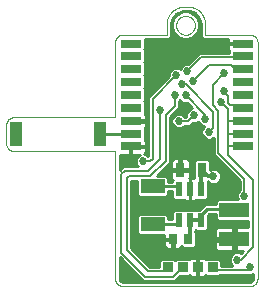
<source format=gbl>
G75*
%MOIN*%
%OFA0B0*%
%FSLAX25Y25*%
%IPPOS*%
%LPD*%
%AMOC8*
5,1,8,0,0,1.08239X$1,22.5*
%
%ADD10C,0.00000*%
%ADD11R,0.03937X0.07874*%
%ADD12R,0.07087X0.02756*%
%ADD13R,0.07087X0.03150*%
%ADD14R,0.10000X0.05000*%
%ADD15R,0.03200X0.03500*%
%ADD16R,0.02441X0.04803*%
%ADD17R,0.02756X0.03543*%
%ADD18R,0.07874X0.04724*%
%ADD19R,0.03150X0.04724*%
%ADD20C,0.01000*%
%ADD21C,0.02700*%
%ADD22C,0.00800*%
%ADD23C,0.01200*%
D10*
X0060095Y0064000D02*
X0060095Y0106500D01*
X0026345Y0106500D01*
X0026247Y0106502D01*
X0026149Y0106508D01*
X0026051Y0106517D01*
X0025954Y0106531D01*
X0025857Y0106548D01*
X0025761Y0106569D01*
X0025666Y0106594D01*
X0025572Y0106622D01*
X0025480Y0106655D01*
X0025388Y0106690D01*
X0025298Y0106730D01*
X0025210Y0106772D01*
X0025123Y0106819D01*
X0025039Y0106868D01*
X0024956Y0106921D01*
X0024876Y0106977D01*
X0024797Y0107037D01*
X0024721Y0107099D01*
X0024648Y0107164D01*
X0024577Y0107232D01*
X0024509Y0107303D01*
X0024444Y0107376D01*
X0024382Y0107452D01*
X0024322Y0107531D01*
X0024266Y0107611D01*
X0024213Y0107694D01*
X0024164Y0107778D01*
X0024117Y0107865D01*
X0024075Y0107953D01*
X0024035Y0108043D01*
X0024000Y0108135D01*
X0023967Y0108227D01*
X0023939Y0108321D01*
X0023914Y0108416D01*
X0023893Y0108512D01*
X0023876Y0108609D01*
X0023862Y0108706D01*
X0023853Y0108804D01*
X0023847Y0108902D01*
X0023845Y0109000D01*
X0023845Y0115250D01*
X0023847Y0115348D01*
X0023853Y0115446D01*
X0023862Y0115544D01*
X0023876Y0115641D01*
X0023893Y0115738D01*
X0023914Y0115834D01*
X0023939Y0115929D01*
X0023967Y0116023D01*
X0024000Y0116115D01*
X0024035Y0116207D01*
X0024075Y0116297D01*
X0024117Y0116385D01*
X0024164Y0116472D01*
X0024213Y0116556D01*
X0024266Y0116639D01*
X0024322Y0116719D01*
X0024382Y0116798D01*
X0024444Y0116874D01*
X0024509Y0116947D01*
X0024577Y0117018D01*
X0024648Y0117086D01*
X0024721Y0117151D01*
X0024797Y0117213D01*
X0024876Y0117273D01*
X0024956Y0117329D01*
X0025039Y0117382D01*
X0025123Y0117431D01*
X0025210Y0117478D01*
X0025298Y0117520D01*
X0025388Y0117560D01*
X0025480Y0117595D01*
X0025572Y0117628D01*
X0025666Y0117656D01*
X0025761Y0117681D01*
X0025857Y0117702D01*
X0025954Y0117719D01*
X0026051Y0117733D01*
X0026149Y0117742D01*
X0026247Y0117748D01*
X0026345Y0117750D01*
X0060095Y0117750D01*
X0060095Y0142750D01*
X0060097Y0142848D01*
X0060103Y0142946D01*
X0060112Y0143044D01*
X0060126Y0143141D01*
X0060143Y0143238D01*
X0060164Y0143334D01*
X0060189Y0143429D01*
X0060217Y0143523D01*
X0060250Y0143615D01*
X0060285Y0143707D01*
X0060325Y0143797D01*
X0060367Y0143885D01*
X0060414Y0143972D01*
X0060463Y0144056D01*
X0060516Y0144139D01*
X0060572Y0144219D01*
X0060632Y0144298D01*
X0060694Y0144374D01*
X0060759Y0144447D01*
X0060827Y0144518D01*
X0060898Y0144586D01*
X0060971Y0144651D01*
X0061047Y0144713D01*
X0061126Y0144773D01*
X0061206Y0144829D01*
X0061289Y0144882D01*
X0061373Y0144931D01*
X0061460Y0144978D01*
X0061548Y0145020D01*
X0061638Y0145060D01*
X0061730Y0145095D01*
X0061822Y0145128D01*
X0061916Y0145156D01*
X0062011Y0145181D01*
X0062107Y0145202D01*
X0062204Y0145219D01*
X0062301Y0145233D01*
X0062399Y0145242D01*
X0062497Y0145248D01*
X0062595Y0145250D01*
X0077283Y0145250D01*
X0077283Y0148183D01*
X0077282Y0148182D02*
X0077272Y0148334D01*
X0077266Y0148485D01*
X0077264Y0148637D01*
X0077266Y0148789D01*
X0077271Y0148941D01*
X0077280Y0149092D01*
X0077293Y0149243D01*
X0077310Y0149394D01*
X0077331Y0149545D01*
X0077356Y0149695D01*
X0077384Y0149844D01*
X0077416Y0149992D01*
X0077452Y0150140D01*
X0077491Y0150286D01*
X0077535Y0150432D01*
X0077582Y0150576D01*
X0077632Y0150719D01*
X0077686Y0150861D01*
X0077744Y0151001D01*
X0077805Y0151140D01*
X0077870Y0151277D01*
X0077939Y0151413D01*
X0078010Y0151547D01*
X0078085Y0151679D01*
X0078164Y0151809D01*
X0078245Y0151937D01*
X0078330Y0152063D01*
X0078418Y0152186D01*
X0078509Y0152308D01*
X0078603Y0152427D01*
X0078701Y0152544D01*
X0078801Y0152658D01*
X0078904Y0152769D01*
X0079009Y0152878D01*
X0079118Y0152984D01*
X0079229Y0153088D01*
X0079343Y0153188D01*
X0079459Y0153286D01*
X0079577Y0153381D01*
X0079698Y0153473D01*
X0079822Y0153561D01*
X0079947Y0153647D01*
X0080075Y0153729D01*
X0080204Y0153808D01*
X0080336Y0153883D01*
X0080469Y0153956D01*
X0080605Y0154025D01*
X0080742Y0154090D01*
X0080880Y0154152D01*
X0081020Y0154210D01*
X0081162Y0154265D01*
X0081305Y0154316D01*
X0081449Y0154364D01*
X0081594Y0154408D01*
X0081741Y0154448D01*
X0081888Y0154485D01*
X0082036Y0154518D01*
X0082185Y0154547D01*
X0082335Y0154572D01*
X0082485Y0154593D01*
X0082636Y0154611D01*
X0082787Y0154625D01*
X0084151Y0154625D01*
X0084302Y0154627D01*
X0084454Y0154625D01*
X0084605Y0154619D01*
X0084757Y0154610D01*
X0084908Y0154596D01*
X0085058Y0154578D01*
X0085208Y0154556D01*
X0085358Y0154531D01*
X0085506Y0154501D01*
X0085654Y0154468D01*
X0085801Y0154431D01*
X0085947Y0154390D01*
X0086092Y0154345D01*
X0086235Y0154296D01*
X0086378Y0154244D01*
X0086518Y0154188D01*
X0086658Y0154128D01*
X0086795Y0154065D01*
X0086931Y0153998D01*
X0087066Y0153928D01*
X0087198Y0153854D01*
X0087328Y0153776D01*
X0087457Y0153695D01*
X0087583Y0153611D01*
X0087706Y0153524D01*
X0087828Y0153433D01*
X0087947Y0153340D01*
X0088064Y0153243D01*
X0088178Y0153143D01*
X0088289Y0153040D01*
X0088398Y0152934D01*
X0088504Y0152826D01*
X0088607Y0152715D01*
X0088707Y0152601D01*
X0088804Y0152484D01*
X0088898Y0152365D01*
X0088988Y0152244D01*
X0089076Y0152120D01*
X0089160Y0151994D01*
X0089241Y0151866D01*
X0089319Y0151736D01*
X0089393Y0151604D01*
X0089464Y0151470D01*
X0089531Y0151334D01*
X0089595Y0151196D01*
X0089654Y0151057D01*
X0089711Y0150916D01*
X0089763Y0150774D01*
X0089812Y0150631D01*
X0089857Y0150486D01*
X0089898Y0150340D01*
X0089936Y0150193D01*
X0089970Y0150045D01*
X0089999Y0149897D01*
X0090025Y0149747D01*
X0090047Y0149597D01*
X0090065Y0149447D01*
X0090079Y0149296D01*
X0090089Y0149145D01*
X0090095Y0148993D01*
X0090095Y0145250D01*
X0105095Y0145250D01*
X0105193Y0145248D01*
X0105291Y0145242D01*
X0105389Y0145233D01*
X0105486Y0145219D01*
X0105583Y0145202D01*
X0105679Y0145181D01*
X0105774Y0145156D01*
X0105868Y0145128D01*
X0105960Y0145095D01*
X0106052Y0145060D01*
X0106142Y0145020D01*
X0106230Y0144978D01*
X0106317Y0144931D01*
X0106401Y0144882D01*
X0106484Y0144829D01*
X0106564Y0144773D01*
X0106643Y0144713D01*
X0106719Y0144651D01*
X0106792Y0144586D01*
X0106863Y0144518D01*
X0106931Y0144447D01*
X0106996Y0144374D01*
X0107058Y0144298D01*
X0107118Y0144219D01*
X0107174Y0144139D01*
X0107227Y0144056D01*
X0107276Y0143972D01*
X0107323Y0143885D01*
X0107365Y0143797D01*
X0107405Y0143707D01*
X0107440Y0143615D01*
X0107473Y0143523D01*
X0107501Y0143429D01*
X0107526Y0143334D01*
X0107547Y0143238D01*
X0107564Y0143141D01*
X0107578Y0143044D01*
X0107587Y0142946D01*
X0107593Y0142848D01*
X0107595Y0142750D01*
X0107595Y0063989D01*
X0107596Y0063990D02*
X0107593Y0063891D01*
X0107587Y0063793D01*
X0107576Y0063695D01*
X0107562Y0063598D01*
X0107544Y0063502D01*
X0107522Y0063406D01*
X0107497Y0063311D01*
X0107467Y0063217D01*
X0107435Y0063124D01*
X0107398Y0063033D01*
X0107358Y0062943D01*
X0107315Y0062855D01*
X0107268Y0062769D01*
X0107217Y0062684D01*
X0107164Y0062602D01*
X0107107Y0062522D01*
X0107047Y0062444D01*
X0106984Y0062368D01*
X0106919Y0062295D01*
X0106850Y0062225D01*
X0106779Y0062157D01*
X0106705Y0062092D01*
X0106629Y0062030D01*
X0106550Y0061971D01*
X0106469Y0061915D01*
X0106386Y0061863D01*
X0106301Y0061814D01*
X0106214Y0061768D01*
X0106125Y0061725D01*
X0106035Y0061686D01*
X0105944Y0061651D01*
X0105851Y0061619D01*
X0105756Y0061591D01*
X0105661Y0061567D01*
X0105565Y0061546D01*
X0105468Y0061529D01*
X0105371Y0061516D01*
X0105273Y0061507D01*
X0105175Y0061502D01*
X0105077Y0061500D01*
X0105076Y0061500D02*
X0062595Y0061500D01*
X0062497Y0061502D01*
X0062399Y0061508D01*
X0062301Y0061517D01*
X0062204Y0061531D01*
X0062107Y0061548D01*
X0062011Y0061569D01*
X0061916Y0061594D01*
X0061822Y0061622D01*
X0061730Y0061655D01*
X0061638Y0061690D01*
X0061548Y0061730D01*
X0061460Y0061772D01*
X0061373Y0061819D01*
X0061289Y0061868D01*
X0061206Y0061921D01*
X0061126Y0061977D01*
X0061047Y0062037D01*
X0060971Y0062099D01*
X0060898Y0062164D01*
X0060827Y0062232D01*
X0060759Y0062303D01*
X0060694Y0062376D01*
X0060632Y0062452D01*
X0060572Y0062531D01*
X0060516Y0062611D01*
X0060463Y0062694D01*
X0060414Y0062778D01*
X0060367Y0062865D01*
X0060325Y0062953D01*
X0060285Y0063043D01*
X0060250Y0063135D01*
X0060217Y0063227D01*
X0060189Y0063321D01*
X0060164Y0063416D01*
X0060143Y0063512D01*
X0060126Y0063609D01*
X0060112Y0063706D01*
X0060103Y0063804D01*
X0060097Y0063902D01*
X0060095Y0064000D01*
X0080470Y0148388D02*
X0080472Y0148500D01*
X0080478Y0148611D01*
X0080488Y0148722D01*
X0080502Y0148833D01*
X0080520Y0148943D01*
X0080541Y0149052D01*
X0080567Y0149161D01*
X0080597Y0149268D01*
X0080630Y0149375D01*
X0080667Y0149480D01*
X0080708Y0149584D01*
X0080752Y0149686D01*
X0080801Y0149787D01*
X0080852Y0149886D01*
X0080907Y0149983D01*
X0080966Y0150078D01*
X0081028Y0150170D01*
X0081093Y0150261D01*
X0081162Y0150349D01*
X0081233Y0150434D01*
X0081308Y0150517D01*
X0081385Y0150598D01*
X0081466Y0150675D01*
X0081549Y0150750D01*
X0081634Y0150821D01*
X0081722Y0150890D01*
X0081813Y0150955D01*
X0081905Y0151017D01*
X0082000Y0151076D01*
X0082097Y0151131D01*
X0082196Y0151182D01*
X0082297Y0151231D01*
X0082399Y0151275D01*
X0082503Y0151316D01*
X0082608Y0151353D01*
X0082715Y0151386D01*
X0082822Y0151416D01*
X0082931Y0151442D01*
X0083040Y0151463D01*
X0083150Y0151481D01*
X0083261Y0151495D01*
X0083372Y0151505D01*
X0083483Y0151511D01*
X0083595Y0151513D01*
X0083707Y0151511D01*
X0083818Y0151505D01*
X0083929Y0151495D01*
X0084040Y0151481D01*
X0084150Y0151463D01*
X0084259Y0151442D01*
X0084368Y0151416D01*
X0084475Y0151386D01*
X0084582Y0151353D01*
X0084687Y0151316D01*
X0084791Y0151275D01*
X0084893Y0151231D01*
X0084994Y0151182D01*
X0085093Y0151131D01*
X0085190Y0151076D01*
X0085285Y0151017D01*
X0085377Y0150955D01*
X0085468Y0150890D01*
X0085556Y0150821D01*
X0085641Y0150750D01*
X0085724Y0150675D01*
X0085805Y0150598D01*
X0085882Y0150517D01*
X0085957Y0150434D01*
X0086028Y0150349D01*
X0086097Y0150261D01*
X0086162Y0150170D01*
X0086224Y0150078D01*
X0086283Y0149983D01*
X0086338Y0149886D01*
X0086389Y0149787D01*
X0086438Y0149686D01*
X0086482Y0149584D01*
X0086523Y0149480D01*
X0086560Y0149375D01*
X0086593Y0149268D01*
X0086623Y0149161D01*
X0086649Y0149052D01*
X0086670Y0148943D01*
X0086688Y0148833D01*
X0086702Y0148722D01*
X0086712Y0148611D01*
X0086718Y0148500D01*
X0086720Y0148388D01*
X0086718Y0148276D01*
X0086712Y0148165D01*
X0086702Y0148054D01*
X0086688Y0147943D01*
X0086670Y0147833D01*
X0086649Y0147724D01*
X0086623Y0147615D01*
X0086593Y0147508D01*
X0086560Y0147401D01*
X0086523Y0147296D01*
X0086482Y0147192D01*
X0086438Y0147090D01*
X0086389Y0146989D01*
X0086338Y0146890D01*
X0086283Y0146793D01*
X0086224Y0146698D01*
X0086162Y0146606D01*
X0086097Y0146515D01*
X0086028Y0146427D01*
X0085957Y0146342D01*
X0085882Y0146259D01*
X0085805Y0146178D01*
X0085724Y0146101D01*
X0085641Y0146026D01*
X0085556Y0145955D01*
X0085468Y0145886D01*
X0085377Y0145821D01*
X0085285Y0145759D01*
X0085190Y0145700D01*
X0085093Y0145645D01*
X0084994Y0145594D01*
X0084893Y0145545D01*
X0084791Y0145501D01*
X0084687Y0145460D01*
X0084582Y0145423D01*
X0084475Y0145390D01*
X0084368Y0145360D01*
X0084259Y0145334D01*
X0084150Y0145313D01*
X0084040Y0145295D01*
X0083929Y0145281D01*
X0083818Y0145271D01*
X0083707Y0145265D01*
X0083595Y0145263D01*
X0083483Y0145265D01*
X0083372Y0145271D01*
X0083261Y0145281D01*
X0083150Y0145295D01*
X0083040Y0145313D01*
X0082931Y0145334D01*
X0082822Y0145360D01*
X0082715Y0145390D01*
X0082608Y0145423D01*
X0082503Y0145460D01*
X0082399Y0145501D01*
X0082297Y0145545D01*
X0082196Y0145594D01*
X0082097Y0145645D01*
X0082000Y0145700D01*
X0081905Y0145759D01*
X0081813Y0145821D01*
X0081722Y0145886D01*
X0081634Y0145955D01*
X0081549Y0146026D01*
X0081466Y0146101D01*
X0081385Y0146178D01*
X0081308Y0146259D01*
X0081233Y0146342D01*
X0081162Y0146427D01*
X0081093Y0146515D01*
X0081028Y0146606D01*
X0080966Y0146698D01*
X0080907Y0146793D01*
X0080852Y0146890D01*
X0080801Y0146989D01*
X0080752Y0147090D01*
X0080708Y0147192D01*
X0080667Y0147296D01*
X0080630Y0147401D01*
X0080597Y0147508D01*
X0080567Y0147615D01*
X0080541Y0147724D01*
X0080520Y0147833D01*
X0080502Y0147943D01*
X0080488Y0148054D01*
X0080478Y0148165D01*
X0080472Y0148276D01*
X0080470Y0148388D01*
D11*
X0055095Y0112112D03*
X0027142Y0112112D03*
D12*
X0065282Y0108071D03*
X0065282Y0142323D03*
X0102683Y0142323D03*
X0102683Y0108071D03*
D13*
X0102683Y0112205D03*
X0102683Y0116535D03*
X0102683Y0120866D03*
X0102683Y0125197D03*
X0102683Y0129528D03*
X0102683Y0133858D03*
X0102683Y0138189D03*
X0065282Y0138189D03*
X0065282Y0133858D03*
X0065282Y0129528D03*
X0065282Y0125197D03*
X0065282Y0120866D03*
X0065282Y0116535D03*
X0065282Y0112205D03*
D14*
X0099783Y0086812D03*
X0099783Y0077125D03*
D15*
X0092595Y0067750D03*
X0087595Y0067750D03*
X0082595Y0067750D03*
X0077595Y0067750D03*
D16*
X0081345Y0083373D03*
X0085085Y0083373D03*
X0088825Y0083412D03*
X0088825Y0093687D03*
X0085085Y0093687D03*
X0081345Y0093687D03*
D17*
X0079411Y0077125D03*
X0084529Y0077125D03*
D18*
X0072595Y0082076D03*
X0072595Y0094674D03*
D19*
X0081864Y0100250D03*
X0088951Y0100250D03*
D20*
X0086276Y0103068D02*
X0086920Y0103712D01*
X0090981Y0103712D01*
X0091626Y0103068D01*
X0091626Y0100183D01*
X0092420Y0100512D01*
X0093395Y0100512D01*
X0094295Y0100140D01*
X0094985Y0099450D01*
X0095358Y0098550D01*
X0095358Y0097575D01*
X0094985Y0096675D01*
X0094295Y0095985D01*
X0093395Y0095612D01*
X0092420Y0095612D01*
X0091520Y0095985D01*
X0091146Y0096359D01*
X0091146Y0090830D01*
X0090502Y0090186D01*
X0087327Y0090186D01*
X0087227Y0090086D01*
X0086885Y0089888D01*
X0086503Y0089786D01*
X0085196Y0089786D01*
X0085196Y0093577D01*
X0084975Y0093577D01*
X0084975Y0089786D01*
X0083667Y0089786D01*
X0083286Y0089888D01*
X0082944Y0090086D01*
X0082844Y0090186D01*
X0079669Y0090186D01*
X0079025Y0090830D01*
X0079025Y0093074D01*
X0077632Y0093074D01*
X0077632Y0091856D01*
X0076988Y0091212D01*
X0068202Y0091212D01*
X0067558Y0091856D01*
X0067558Y0096600D01*
X0065508Y0096600D01*
X0065508Y0074271D01*
X0071779Y0068000D01*
X0074895Y0068000D01*
X0074895Y0069956D01*
X0075539Y0070600D01*
X0079651Y0070600D01*
X0080095Y0070156D01*
X0080539Y0070600D01*
X0084651Y0070600D01*
X0084812Y0070438D01*
X0085074Y0070700D01*
X0085416Y0070898D01*
X0085798Y0071000D01*
X0087295Y0071000D01*
X0087295Y0068050D01*
X0087895Y0068050D01*
X0087895Y0071000D01*
X0089393Y0071000D01*
X0089774Y0070898D01*
X0090116Y0070700D01*
X0090378Y0070438D01*
X0090539Y0070600D01*
X0094651Y0070600D01*
X0095295Y0069956D01*
X0095295Y0068312D01*
X0099193Y0068312D01*
X0098631Y0068875D01*
X0098258Y0069775D01*
X0098258Y0070750D01*
X0098631Y0071650D01*
X0099320Y0072340D01*
X0100220Y0072712D01*
X0101195Y0072712D01*
X0101967Y0072393D01*
X0102699Y0073125D01*
X0100283Y0073125D01*
X0100283Y0076625D01*
X0099283Y0076625D01*
X0099283Y0073125D01*
X0094585Y0073125D01*
X0094204Y0073227D01*
X0093862Y0073425D01*
X0093582Y0073704D01*
X0093385Y0074046D01*
X0093283Y0074428D01*
X0093283Y0076625D01*
X0099283Y0076625D01*
X0099283Y0077625D01*
X0099283Y0081125D01*
X0094585Y0081125D01*
X0094204Y0081023D01*
X0093862Y0080825D01*
X0093582Y0080546D01*
X0093385Y0080204D01*
X0093283Y0079822D01*
X0093283Y0077625D01*
X0099283Y0077625D01*
X0100283Y0077625D01*
X0100283Y0081125D01*
X0104533Y0081125D01*
X0104533Y0083213D01*
X0094327Y0083213D01*
X0093683Y0083857D01*
X0093683Y0085525D01*
X0091383Y0085525D01*
X0091146Y0085288D01*
X0091146Y0080555D01*
X0090502Y0079910D01*
X0087149Y0079910D01*
X0086975Y0080085D01*
X0086785Y0079895D01*
X0086785Y0079574D01*
X0087007Y0079352D01*
X0087007Y0074898D01*
X0086363Y0074253D01*
X0082696Y0074253D01*
X0082182Y0074767D01*
X0081989Y0074432D01*
X0081710Y0074153D01*
X0081368Y0073956D01*
X0080987Y0073853D01*
X0079600Y0073853D01*
X0079600Y0076936D01*
X0079222Y0076936D01*
X0076533Y0076936D01*
X0076533Y0075156D01*
X0076635Y0074774D01*
X0076833Y0074432D01*
X0077112Y0074153D01*
X0077454Y0073956D01*
X0077836Y0073853D01*
X0079222Y0073853D01*
X0079222Y0076936D01*
X0079222Y0077314D01*
X0076533Y0077314D01*
X0076533Y0078614D01*
X0068202Y0078614D01*
X0067558Y0079258D01*
X0067558Y0084894D01*
X0068202Y0085538D01*
X0076988Y0085538D01*
X0077632Y0084894D01*
X0077632Y0083676D01*
X0079025Y0083676D01*
X0079025Y0086230D01*
X0079669Y0086874D01*
X0083021Y0086874D01*
X0083215Y0086680D01*
X0083409Y0086874D01*
X0086761Y0086874D01*
X0086936Y0086700D01*
X0087149Y0086913D01*
X0088246Y0086913D01*
X0090057Y0088725D01*
X0093683Y0088725D01*
X0093683Y0089768D01*
X0094327Y0090412D01*
X0101019Y0090412D01*
X0100770Y0091013D01*
X0100770Y0091987D01*
X0101143Y0092888D01*
X0101720Y0093465D01*
X0101720Y0096504D01*
X0093849Y0104375D01*
X0093849Y0104375D01*
X0092970Y0105254D01*
X0092970Y0110910D01*
X0092733Y0110673D01*
X0091832Y0110300D01*
X0090858Y0110300D01*
X0089957Y0110673D01*
X0089268Y0111362D01*
X0088895Y0112263D01*
X0088895Y0113237D01*
X0089268Y0114138D01*
X0089818Y0114687D01*
X0089608Y0114687D01*
X0088707Y0115060D01*
X0088018Y0115750D01*
X0087778Y0116330D01*
X0087733Y0116285D01*
X0086832Y0115912D01*
X0086016Y0115912D01*
X0085104Y0115000D01*
X0083310Y0115000D01*
X0082733Y0114423D01*
X0081832Y0114050D01*
X0080858Y0114050D01*
X0079957Y0114423D01*
X0079268Y0115112D01*
X0078895Y0116013D01*
X0078895Y0116987D01*
X0079268Y0117888D01*
X0079957Y0118577D01*
X0080858Y0118950D01*
X0081832Y0118950D01*
X0082733Y0118577D01*
X0083310Y0118000D01*
X0083861Y0118000D01*
X0083895Y0118034D01*
X0083895Y0118850D01*
X0084268Y0119750D01*
X0084957Y0120440D01*
X0085781Y0120781D01*
X0083936Y0122625D01*
X0083120Y0122625D01*
X0082220Y0122998D01*
X0081770Y0123448D01*
X0081433Y0123110D01*
X0081433Y0120716D01*
X0080554Y0119837D01*
X0078470Y0117754D01*
X0078470Y0102646D01*
X0077591Y0101768D01*
X0073960Y0098136D01*
X0076988Y0098136D01*
X0077632Y0097492D01*
X0077632Y0096274D01*
X0079025Y0096274D01*
X0079025Y0096545D01*
X0079268Y0096788D01*
X0079089Y0096967D01*
X0078892Y0097309D01*
X0078790Y0097690D01*
X0078790Y0099963D01*
X0081577Y0099963D01*
X0081577Y0100537D01*
X0078790Y0100537D01*
X0078790Y0102810D01*
X0078892Y0103191D01*
X0079089Y0103533D01*
X0079369Y0103812D01*
X0079711Y0104010D01*
X0080092Y0104112D01*
X0081577Y0104112D01*
X0081577Y0100537D01*
X0082152Y0100537D01*
X0084939Y0100537D01*
X0084939Y0102810D01*
X0084837Y0103191D01*
X0084639Y0103533D01*
X0084360Y0103812D01*
X0084018Y0104010D01*
X0083637Y0104112D01*
X0082152Y0104112D01*
X0082152Y0100537D01*
X0082152Y0099963D01*
X0084939Y0099963D01*
X0084939Y0097690D01*
X0084912Y0097589D01*
X0084975Y0097589D01*
X0084975Y0093798D01*
X0085196Y0093798D01*
X0085196Y0097589D01*
X0086276Y0097589D01*
X0086276Y0103068D01*
X0086646Y0103437D02*
X0084695Y0103437D01*
X0084939Y0102439D02*
X0086276Y0102439D01*
X0086276Y0101440D02*
X0084939Y0101440D01*
X0086276Y0100442D02*
X0082152Y0100442D01*
X0081577Y0100442D02*
X0076266Y0100442D01*
X0077264Y0101440D02*
X0078790Y0101440D01*
X0078790Y0102439D02*
X0078263Y0102439D01*
X0078470Y0103437D02*
X0079034Y0103437D01*
X0078470Y0104436D02*
X0093788Y0104436D01*
X0092970Y0105434D02*
X0078470Y0105434D01*
X0078470Y0106433D02*
X0092970Y0106433D01*
X0092970Y0107432D02*
X0078470Y0107432D01*
X0078470Y0108430D02*
X0092970Y0108430D01*
X0092970Y0109429D02*
X0078470Y0109429D01*
X0078470Y0110427D02*
X0090551Y0110427D01*
X0092139Y0110427D02*
X0092970Y0110427D01*
X0089242Y0111426D02*
X0078470Y0111426D01*
X0078470Y0112424D02*
X0088895Y0112424D01*
X0088972Y0113423D02*
X0078470Y0113423D01*
X0078470Y0114421D02*
X0079962Y0114421D01*
X0079141Y0115420D02*
X0078470Y0115420D01*
X0078470Y0116418D02*
X0078895Y0116418D01*
X0079073Y0117417D02*
X0078470Y0117417D01*
X0079132Y0118415D02*
X0079795Y0118415D01*
X0080130Y0119414D02*
X0084129Y0119414D01*
X0083895Y0118415D02*
X0082895Y0118415D01*
X0081129Y0120412D02*
X0084930Y0120412D01*
X0085151Y0121411D02*
X0081433Y0121411D01*
X0081433Y0122409D02*
X0084152Y0122409D01*
X0081810Y0123408D02*
X0081730Y0123408D01*
X0075960Y0129399D02*
X0069925Y0129399D01*
X0069925Y0130397D02*
X0076959Y0130397D01*
X0077957Y0131396D02*
X0069925Y0131396D01*
X0069925Y0131558D02*
X0069790Y0131693D01*
X0069925Y0131828D01*
X0069925Y0135889D01*
X0069790Y0136024D01*
X0069925Y0136159D01*
X0069925Y0140219D01*
X0069790Y0140354D01*
X0069925Y0140489D01*
X0069925Y0143750D01*
X0077904Y0143750D01*
X0078783Y0144629D01*
X0078783Y0147629D01*
X0078827Y0147681D01*
X0078783Y0148241D01*
X0078783Y0148532D01*
X0078796Y0149180D01*
X0079338Y0150847D01*
X0080476Y0152180D01*
X0082038Y0152975D01*
X0082879Y0153125D01*
X0083553Y0153125D01*
X0083570Y0153109D01*
X0084171Y0153125D01*
X0084199Y0153125D01*
X0085030Y0153066D01*
X0086593Y0152467D01*
X0087809Y0151316D01*
X0088491Y0149787D01*
X0088595Y0148957D01*
X0088595Y0144629D01*
X0089474Y0143750D01*
X0097640Y0143750D01*
X0097640Y0142512D01*
X0102494Y0142512D01*
X0102494Y0142134D01*
X0097640Y0142134D01*
X0097640Y0140747D01*
X0097742Y0140366D01*
X0097940Y0140024D01*
X0098040Y0139924D01*
X0098040Y0139250D01*
X0088224Y0139250D01*
X0087345Y0138371D01*
X0084461Y0135487D01*
X0083708Y0135487D01*
X0082807Y0135115D01*
X0082118Y0134425D01*
X0081919Y0133945D01*
X0081032Y0134312D01*
X0080058Y0134312D01*
X0079157Y0133940D01*
X0078468Y0133250D01*
X0078095Y0132350D01*
X0078095Y0131534D01*
X0071095Y0124534D01*
X0071095Y0104902D01*
X0070908Y0105090D01*
X0070007Y0105462D01*
X0069694Y0105462D01*
X0069746Y0105493D01*
X0070025Y0105772D01*
X0070223Y0106114D01*
X0070325Y0106495D01*
X0070325Y0107882D01*
X0065471Y0107882D01*
X0065471Y0108260D01*
X0070325Y0108260D01*
X0070325Y0109646D01*
X0070223Y0110028D01*
X0070025Y0110370D01*
X0069925Y0110470D01*
X0069925Y0113939D01*
X0070025Y0114040D01*
X0070223Y0114382D01*
X0070325Y0114763D01*
X0070325Y0116248D01*
X0065569Y0116248D01*
X0065569Y0116823D01*
X0070325Y0116823D01*
X0070325Y0118308D01*
X0070223Y0118689D01*
X0070025Y0119031D01*
X0069925Y0119132D01*
X0069925Y0122897D01*
X0069790Y0123031D01*
X0069925Y0123166D01*
X0069925Y0127227D01*
X0069790Y0127362D01*
X0069925Y0127497D01*
X0069925Y0131558D01*
X0069925Y0132394D02*
X0078114Y0132394D01*
X0078611Y0133393D02*
X0069925Y0133393D01*
X0069925Y0134391D02*
X0082104Y0134391D01*
X0083472Y0135390D02*
X0069925Y0135390D01*
X0069925Y0136388D02*
X0085362Y0136388D01*
X0086361Y0137387D02*
X0069925Y0137387D01*
X0069925Y0138385D02*
X0087359Y0138385D01*
X0084515Y0143763D02*
X0086215Y0144467D01*
X0087516Y0145768D01*
X0088220Y0147468D01*
X0088220Y0149307D01*
X0087516Y0151007D01*
X0086215Y0152308D01*
X0084515Y0153012D01*
X0082675Y0153012D01*
X0080975Y0152308D01*
X0079674Y0151007D01*
X0078970Y0149307D01*
X0078970Y0147468D01*
X0079674Y0145768D01*
X0080975Y0144467D01*
X0082675Y0143763D01*
X0084515Y0143763D01*
X0085997Y0144376D02*
X0088847Y0144376D01*
X0088595Y0145375D02*
X0087123Y0145375D01*
X0087767Y0146373D02*
X0088595Y0146373D01*
X0088595Y0147372D02*
X0088181Y0147372D01*
X0088220Y0148370D02*
X0088595Y0148370D01*
X0088543Y0149369D02*
X0088195Y0149369D01*
X0088232Y0150368D02*
X0087781Y0150368D01*
X0087755Y0151366D02*
X0087157Y0151366D01*
X0086702Y0152365D02*
X0086079Y0152365D01*
X0081111Y0152365D02*
X0080839Y0152365D01*
X0080033Y0151366D02*
X0079781Y0151366D01*
X0079409Y0150368D02*
X0079182Y0150368D01*
X0078996Y0149369D02*
X0078857Y0149369D01*
X0078783Y0148370D02*
X0078970Y0148370D01*
X0079010Y0147372D02*
X0078783Y0147372D01*
X0078783Y0146373D02*
X0079423Y0146373D01*
X0078783Y0145375D02*
X0080067Y0145375D01*
X0081193Y0144376D02*
X0078530Y0144376D01*
X0069925Y0143378D02*
X0097640Y0143378D01*
X0097640Y0141381D02*
X0069925Y0141381D01*
X0069925Y0142379D02*
X0102494Y0142379D01*
X0098040Y0139384D02*
X0069925Y0139384D01*
X0069818Y0140382D02*
X0097738Y0140382D01*
X0088348Y0115420D02*
X0085524Y0115420D01*
X0082728Y0114421D02*
X0089551Y0114421D01*
X0091256Y0103437D02*
X0094786Y0103437D01*
X0095785Y0102439D02*
X0091626Y0102439D01*
X0091626Y0101440D02*
X0096783Y0101440D01*
X0097782Y0100442D02*
X0093565Y0100442D01*
X0092250Y0100442D02*
X0091626Y0100442D01*
X0094987Y0099443D02*
X0098780Y0099443D01*
X0099779Y0098445D02*
X0095358Y0098445D01*
X0095304Y0097446D02*
X0100777Y0097446D01*
X0101720Y0096448D02*
X0094758Y0096448D01*
X0091146Y0095449D02*
X0101720Y0095449D01*
X0101720Y0094451D02*
X0091146Y0094451D01*
X0091146Y0093452D02*
X0101708Y0093452D01*
X0100963Y0092454D02*
X0091146Y0092454D01*
X0091146Y0091455D02*
X0100770Y0091455D01*
X0101000Y0090457D02*
X0090772Y0090457D01*
X0089792Y0088460D02*
X0065508Y0088460D01*
X0065508Y0089458D02*
X0093683Y0089458D01*
X0090720Y0087125D02*
X0088845Y0085250D01*
X0088845Y0083432D01*
X0088825Y0083412D01*
X0088825Y0084918D01*
X0088794Y0087461D02*
X0065508Y0087461D01*
X0065508Y0086463D02*
X0079258Y0086463D01*
X0079025Y0085464D02*
X0077061Y0085464D01*
X0077632Y0084466D02*
X0079025Y0084466D01*
X0081345Y0083373D02*
X0081345Y0082076D01*
X0072595Y0082076D01*
X0067558Y0082469D02*
X0065508Y0082469D01*
X0065508Y0083467D02*
X0067558Y0083467D01*
X0067558Y0084466D02*
X0065508Y0084466D01*
X0065508Y0085464D02*
X0068129Y0085464D01*
X0067558Y0081470D02*
X0065508Y0081470D01*
X0065508Y0080472D02*
X0067558Y0080472D01*
X0067558Y0079473D02*
X0065508Y0079473D01*
X0065508Y0078475D02*
X0076533Y0078475D01*
X0076533Y0077476D02*
X0065508Y0077476D01*
X0065508Y0076478D02*
X0076533Y0076478D01*
X0076533Y0075479D02*
X0065508Y0075479D01*
X0065508Y0074481D02*
X0076805Y0074481D01*
X0079222Y0074481D02*
X0079600Y0074481D01*
X0079600Y0075479D02*
X0079222Y0075479D01*
X0079222Y0076478D02*
X0079600Y0076478D01*
X0082017Y0074481D02*
X0082468Y0074481D01*
X0084529Y0077125D02*
X0084529Y0077819D01*
X0085085Y0077819D01*
X0086590Y0074481D02*
X0093283Y0074481D01*
X0093283Y0075479D02*
X0087007Y0075479D01*
X0087007Y0076478D02*
X0093283Y0076478D01*
X0093283Y0078475D02*
X0087007Y0078475D01*
X0087007Y0077476D02*
X0099283Y0077476D01*
X0099283Y0076478D02*
X0100283Y0076478D01*
X0100283Y0075479D02*
X0099283Y0075479D01*
X0099283Y0074481D02*
X0100283Y0074481D01*
X0100283Y0073482D02*
X0099283Y0073482D01*
X0099668Y0072484D02*
X0067295Y0072484D01*
X0066297Y0073482D02*
X0093804Y0073482D01*
X0094764Y0070487D02*
X0098258Y0070487D01*
X0098377Y0069488D02*
X0095295Y0069488D01*
X0095295Y0068490D02*
X0099016Y0068490D01*
X0098562Y0071485D02*
X0068294Y0071485D01*
X0069292Y0070487D02*
X0075426Y0070487D01*
X0074895Y0069488D02*
X0070291Y0069488D01*
X0071289Y0068490D02*
X0074895Y0068490D01*
X0079764Y0070487D02*
X0080426Y0070487D01*
X0084764Y0070487D02*
X0084860Y0070487D01*
X0087295Y0070487D02*
X0087895Y0070487D01*
X0087895Y0069488D02*
X0087295Y0069488D01*
X0087295Y0068490D02*
X0087895Y0068490D01*
X0087895Y0067450D02*
X0087895Y0064500D01*
X0089393Y0064500D01*
X0089774Y0064602D01*
X0090116Y0064800D01*
X0090378Y0065062D01*
X0090539Y0064900D01*
X0094651Y0064900D01*
X0095063Y0065312D01*
X0104578Y0065312D01*
X0104608Y0065300D01*
X0105582Y0065300D01*
X0106095Y0065512D01*
X0106095Y0064001D01*
X0106059Y0063741D01*
X0105795Y0063291D01*
X0105343Y0063033D01*
X0105082Y0063000D01*
X0105078Y0063000D01*
X0104461Y0063002D01*
X0104458Y0063000D01*
X0062595Y0063000D01*
X0062336Y0063034D01*
X0061888Y0063293D01*
X0061629Y0063741D01*
X0061595Y0064000D01*
X0061595Y0071065D01*
X0069523Y0063137D01*
X0070766Y0063137D01*
X0080104Y0063137D01*
X0080983Y0064016D01*
X0081866Y0064900D01*
X0084651Y0064900D01*
X0084812Y0065062D01*
X0085074Y0064800D01*
X0085416Y0064602D01*
X0085798Y0064500D01*
X0087295Y0064500D01*
X0087295Y0067450D01*
X0087895Y0067450D01*
X0087895Y0066493D02*
X0087295Y0066493D01*
X0087295Y0065494D02*
X0087895Y0065494D01*
X0090330Y0070487D02*
X0090426Y0070487D01*
X0093283Y0079473D02*
X0086886Y0079473D01*
X0091063Y0080472D02*
X0093539Y0080472D01*
X0091146Y0081470D02*
X0104533Y0081470D01*
X0104533Y0082469D02*
X0091146Y0082469D01*
X0091146Y0083467D02*
X0094072Y0083467D01*
X0093683Y0084466D02*
X0091146Y0084466D01*
X0091322Y0085464D02*
X0093683Y0085464D01*
X0090720Y0087125D02*
X0099470Y0087125D01*
X0099783Y0086812D01*
X0100095Y0086500D01*
X0099470Y0087125D02*
X0099158Y0087437D01*
X0099283Y0080472D02*
X0100283Y0080472D01*
X0100283Y0079473D02*
X0099283Y0079473D01*
X0099283Y0078475D02*
X0100283Y0078475D01*
X0101748Y0072484D02*
X0102057Y0072484D01*
X0106051Y0065494D02*
X0106095Y0065494D01*
X0106095Y0064496D02*
X0081462Y0064496D01*
X0080463Y0063497D02*
X0105916Y0063497D01*
X0085196Y0090457D02*
X0084975Y0090457D01*
X0084975Y0091455D02*
X0085196Y0091455D01*
X0085196Y0092454D02*
X0084975Y0092454D01*
X0084975Y0093452D02*
X0085196Y0093452D01*
X0085196Y0094451D02*
X0084975Y0094451D01*
X0084975Y0095449D02*
X0085196Y0095449D01*
X0085196Y0096448D02*
X0084975Y0096448D01*
X0084975Y0097446D02*
X0085196Y0097446D01*
X0084939Y0098445D02*
X0086276Y0098445D01*
X0086276Y0099443D02*
X0084939Y0099443D01*
X0082152Y0101440D02*
X0081577Y0101440D01*
X0081577Y0102439D02*
X0082152Y0102439D01*
X0082152Y0103437D02*
X0081577Y0103437D01*
X0078790Y0099443D02*
X0075267Y0099443D01*
X0074269Y0098445D02*
X0078790Y0098445D01*
X0078855Y0097446D02*
X0077632Y0097446D01*
X0077632Y0096448D02*
X0079025Y0096448D01*
X0080358Y0094674D02*
X0081345Y0093687D01*
X0080358Y0094674D02*
X0072595Y0094674D01*
X0067558Y0094451D02*
X0065508Y0094451D01*
X0065508Y0095449D02*
X0067558Y0095449D01*
X0067558Y0096448D02*
X0065508Y0096448D01*
X0065508Y0093452D02*
X0067558Y0093452D01*
X0067558Y0092454D02*
X0065508Y0092454D01*
X0065508Y0091455D02*
X0067959Y0091455D01*
X0065508Y0090457D02*
X0079398Y0090457D01*
X0079025Y0091455D02*
X0077231Y0091455D01*
X0077632Y0092454D02*
X0079025Y0092454D01*
X0071095Y0105434D02*
X0070075Y0105434D01*
X0070308Y0106433D02*
X0071095Y0106433D01*
X0071095Y0107432D02*
X0070325Y0107432D01*
X0070325Y0108430D02*
X0071095Y0108430D01*
X0071095Y0109429D02*
X0070325Y0109429D01*
X0069968Y0110427D02*
X0071095Y0110427D01*
X0071095Y0111426D02*
X0069925Y0111426D01*
X0069925Y0112424D02*
X0071095Y0112424D01*
X0071095Y0113423D02*
X0069925Y0113423D01*
X0070233Y0114421D02*
X0071095Y0114421D01*
X0071095Y0115420D02*
X0070325Y0115420D01*
X0071095Y0116418D02*
X0065569Y0116418D01*
X0065190Y0112112D02*
X0055095Y0112112D01*
X0061595Y0105193D02*
X0061595Y0100259D01*
X0062774Y0101437D01*
X0067630Y0101437D01*
X0067443Y0101625D01*
X0067070Y0102525D01*
X0067070Y0103500D01*
X0067443Y0104400D01*
X0068132Y0105090D01*
X0068382Y0105193D01*
X0065471Y0105193D01*
X0065471Y0107882D01*
X0065093Y0107882D01*
X0065093Y0105193D01*
X0061595Y0105193D01*
X0061595Y0104436D02*
X0067479Y0104436D01*
X0067070Y0103437D02*
X0061595Y0103437D01*
X0061595Y0102439D02*
X0067106Y0102439D01*
X0067627Y0101440D02*
X0061595Y0101440D01*
X0061595Y0100442D02*
X0061778Y0100442D01*
X0065093Y0105434D02*
X0065471Y0105434D01*
X0065471Y0106433D02*
X0065093Y0106433D01*
X0065093Y0107432D02*
X0065471Y0107432D01*
X0070325Y0117417D02*
X0071095Y0117417D01*
X0071095Y0118415D02*
X0070296Y0118415D01*
X0069925Y0119414D02*
X0071095Y0119414D01*
X0071095Y0120412D02*
X0069925Y0120412D01*
X0069925Y0121411D02*
X0071095Y0121411D01*
X0071095Y0122409D02*
X0069925Y0122409D01*
X0069925Y0123408D02*
X0071095Y0123408D01*
X0071095Y0124406D02*
X0069925Y0124406D01*
X0069925Y0125405D02*
X0071966Y0125405D01*
X0072965Y0126403D02*
X0069925Y0126403D01*
X0069830Y0127402D02*
X0073963Y0127402D01*
X0074962Y0128400D02*
X0069925Y0128400D01*
X0062174Y0070487D02*
X0061595Y0070487D01*
X0061595Y0069488D02*
X0063172Y0069488D01*
X0064171Y0068490D02*
X0061595Y0068490D01*
X0061595Y0067491D02*
X0065169Y0067491D01*
X0066168Y0066493D02*
X0061595Y0066493D01*
X0061595Y0065494D02*
X0067166Y0065494D01*
X0068165Y0064496D02*
X0061595Y0064496D01*
X0061770Y0063497D02*
X0069163Y0063497D01*
D21*
X0066683Y0064425D03*
X0062933Y0064425D03*
X0062933Y0068175D03*
X0067933Y0077575D03*
X0066683Y0081325D03*
X0066683Y0085075D03*
X0066683Y0088825D03*
X0066683Y0092575D03*
X0069520Y0103012D03*
X0065870Y0103587D03*
X0062745Y0102650D03*
X0075095Y0120250D03*
X0079933Y0125075D03*
X0082383Y0128750D03*
X0080545Y0131863D03*
X0084195Y0133038D03*
X0086058Y0129975D03*
X0083608Y0125075D03*
X0086345Y0118362D03*
X0090095Y0117137D03*
X0091345Y0112750D03*
X0087595Y0109000D03*
X0083845Y0105250D03*
X0080095Y0109000D03*
X0081345Y0116500D03*
X0095408Y0122750D03*
X0096345Y0126500D03*
X0096470Y0132425D03*
X0095095Y0142750D03*
X0091345Y0142750D03*
X0087595Y0142750D03*
X0083845Y0142750D03*
X0080095Y0142750D03*
X0076345Y0142750D03*
X0072595Y0142750D03*
X0071345Y0139000D03*
X0092908Y0098062D03*
X0098558Y0093825D03*
X0097933Y0091325D03*
X0103220Y0091500D03*
X0100745Y0081950D03*
X0100708Y0070263D03*
X0105095Y0067750D03*
X0103558Y0064112D03*
X0099808Y0064112D03*
X0096058Y0064112D03*
X0094183Y0071925D03*
X0091683Y0075050D03*
X0087933Y0075050D03*
X0087933Y0078800D03*
X0092308Y0080675D03*
X0092308Y0084425D03*
X0092045Y0089600D03*
X0071683Y0077575D03*
X0071683Y0073825D03*
X0071683Y0070075D03*
D22*
X0071157Y0066500D02*
X0064008Y0073650D01*
X0064008Y0097487D01*
X0064620Y0098100D01*
X0071803Y0098100D01*
X0076970Y0103268D01*
X0076970Y0118375D01*
X0079933Y0121337D01*
X0079933Y0125075D01*
X0082383Y0128750D02*
X0083608Y0128750D01*
X0092795Y0119562D01*
X0092795Y0115887D01*
X0092808Y0115900D01*
X0092808Y0114062D01*
X0091495Y0112750D01*
X0091345Y0112750D01*
X0090095Y0117137D02*
X0090095Y0118587D01*
X0083608Y0125075D01*
X0086058Y0129975D02*
X0086070Y0129975D01*
X0091345Y0135250D01*
X0098845Y0135250D01*
X0100095Y0134000D01*
X0102542Y0134000D01*
X0102683Y0133858D01*
X0102244Y0137750D02*
X0102683Y0138189D01*
X0102244Y0137750D02*
X0088845Y0137750D01*
X0084133Y0133038D01*
X0084195Y0133038D01*
X0080545Y0131863D02*
X0072595Y0123912D01*
X0072595Y0104000D01*
X0071608Y0103012D01*
X0069520Y0103012D01*
X0071033Y0099937D02*
X0075095Y0104000D01*
X0075095Y0120250D01*
X0081345Y0116500D02*
X0084483Y0116500D01*
X0086345Y0118362D01*
X0092595Y0121812D02*
X0092595Y0128550D01*
X0096470Y0132425D01*
X0096345Y0126500D02*
X0097908Y0124937D01*
X0097908Y0122437D01*
X0098533Y0121812D01*
X0100095Y0121812D01*
X0101041Y0120866D01*
X0102683Y0120866D01*
X0102683Y0116535D02*
X0102648Y0116500D01*
X0097595Y0116500D01*
X0097595Y0120562D01*
X0095408Y0122750D01*
X0094470Y0119937D02*
X0092595Y0121812D01*
X0094470Y0119937D02*
X0094470Y0105875D01*
X0103220Y0097125D01*
X0103220Y0091500D01*
X0106033Y0096812D02*
X0097595Y0105250D01*
X0097595Y0108071D01*
X0102683Y0108071D01*
X0102683Y0112205D02*
X0097595Y0112205D01*
X0097595Y0116500D01*
X0097595Y0112205D02*
X0097595Y0108071D01*
X0106033Y0096812D02*
X0106033Y0074338D01*
X0101958Y0070263D01*
X0100708Y0070263D01*
X0104158Y0066813D02*
X0093533Y0066813D01*
X0092595Y0067750D01*
X0082595Y0067750D02*
X0079483Y0064637D01*
X0070144Y0064637D01*
X0062170Y0072612D01*
X0062170Y0098712D01*
X0063395Y0099937D01*
X0071033Y0099937D01*
X0065190Y0112112D02*
X0065282Y0112205D01*
X0071157Y0066500D02*
X0076345Y0066500D01*
X0077595Y0067750D01*
X0104158Y0066813D02*
X0105095Y0067750D01*
D23*
X0088825Y0083373D02*
X0088825Y0083412D01*
X0088825Y0083373D02*
X0085085Y0083373D01*
X0085085Y0077819D01*
X0088825Y0093687D02*
X0088825Y0100125D01*
X0088951Y0100250D01*
X0091138Y0098062D01*
X0092908Y0098062D01*
M02*

</source>
